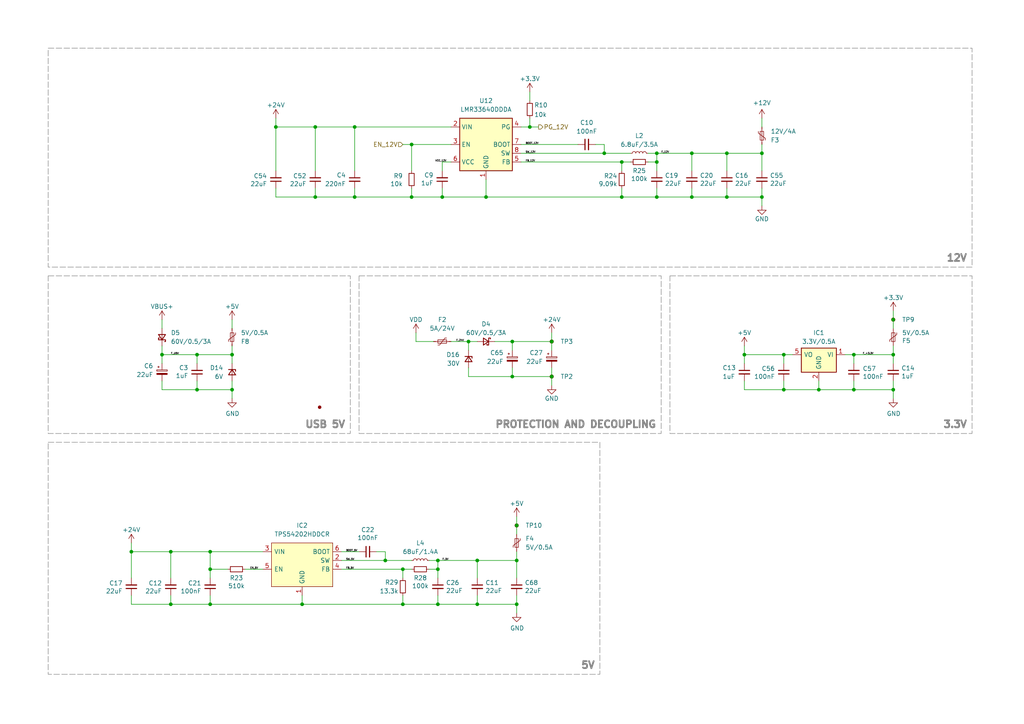
<source format=kicad_sch>
(kicad_sch (version 20231120) (generator "eeschema") (generator_version "8.0")
  (paper "A4")
  (lib_symbols
    (symbol "+5V_2" (power) (pin_names (offset 0))
      (property "Value" "+5V" (at 0 3.556 0))
      (symbol "+5V_2_0_1"
        (polyline (pts (xy -0.762 1.27) (xy 0 2.54)))
        (polyline (pts (xy 0 0) (xy 0 2.54)))
        (polyline (pts (xy 0 2.54) (xy 0.762 1.27)))
      )
      (symbol "+5V_2_1_1"
        (pin power_in line (at 0 0 90) (length 0) hide (name "+5V") (number "1"))
      )
    )
    (symbol "AP7365-33YRG-13:AP7365-33YRG-13" (pin_names (offset 0.762))
      (property "Reference" "IC8" (at 0 7.62 0))
      (property "Value" "3.3V/0.6A" (at 0 5.08 0))
      (symbol "AP7365-33YRG-13_0_1"
        (rectangle (start -5.08 3.175) (end 5.08 -3.81) (stroke (width 0.254)) (fill (type background)))
      )
      (symbol "AP7365-33YRG-13_1_1"
        (pin power_in line (at -7.62 1.27 0) (length 2.54) (name "VI") (number "1"))
        (pin power_in line (at 0 -6.35 90) (length 2.54) (name "GND") (number "2"))
        (pin no_connect line (at 7.62 -1.27 180) (length 2.54) hide (name "NC") (number "3"))
        (pin no_connect line (at 7.62 -1.27 180) (length 2.54) hide (name "NC") (number "4"))
        (pin power_out line (at 7.62 1.27 180) (length 2.54) (name "VO") (number "5"))
      )
    )
    (symbol "Connector:TestPoint_Small" (pin_numbers hide) (pin_names (offset 0.762) hide)
      (property "Reference" "TP" (at 0 3.81 0))
      (property "Value" "TestPoint_Small" (at 0 2.032 0))
      (symbol "TestPoint_Small_0_1"
        (circle (center 0 0) (radius 0.508))
      )
      (symbol "TestPoint_Small_1_1"
        (pin passive line (at 0 0 90) (length 0) (name "1") (number "1"))
      )
    )
    (symbol "Device:C_Polarized_Small" (pin_numbers hide) (pin_names (offset 0.254) hide)
      (property "Reference" "C" (at 0.254 1.778 0))
      (property "Value" "C_Polarized_Small" (at 0.254 -2.032 0))
      (symbol "C_Polarized_Small_0_1"
        (rectangle (start -1.524 -0.3048) (end 1.524 -0.6858) (fill (type outline)))
        (rectangle (start -1.524 0.6858) (end 1.524 0.3048))
        (polyline (pts (xy -1.27 1.524) (xy -0.762 1.524)))
        (polyline (pts (xy -1.016 1.27) (xy -1.016 1.778)))
      )
      (symbol "C_Polarized_Small_1_1"
        (pin passive line (at 0 2.54 270) (length 1.8542) (name "~") (number "1"))
        (pin passive line (at 0 -2.54 90) (length 1.8542) (name "~") (number "2"))
      )
    )
    (symbol "Device:C_Small" (pin_numbers hide) (pin_names (offset 0.254) hide)
      (property "Reference" "C" (at 0.254 1.778 0))
      (property "Value" "C_Small" (at 0.254 -2.032 0))
      (symbol "C_Small_0_1"
        (polyline (pts (xy -1.524 -0.508) (xy 1.524 -0.508)) (stroke (width 0.3302)))
        (polyline (pts (xy -1.524 0.508) (xy 1.524 0.508)) (stroke (width 0.3048)))
      )
      (symbol "C_Small_1_1"
        (pin passive line (at 0 2.54 270) (length 2.032) (name "~") (number "1"))
        (pin passive line (at 0 -2.54 90) (length 2.032) (name "~") (number "2"))
      )
    )
    (symbol "Device:D_Schottky_Small" (pin_numbers hide) (pin_names (offset 0.254) hide)
      (property "Reference" "D" (at -1.27 2.032 0))
      (property "Value" "D_Schottky_Small" (at -7.112 -2.032 0))
      (symbol "D_Schottky_Small_0_1"
        (polyline (pts (xy -0.762 0) (xy 0.762 0)))
        (polyline (pts (xy 0.762 -1.016) (xy -0.762 0) (xy 0.762 1.016) (xy 0.762 -1.016)) (stroke (width 0.254)))
        (polyline (pts (xy -1.27 0.762) (xy -1.27 1.016) (xy -0.762 1.016) (xy -0.762 -1.016) (xy -0.254 -1.016) (xy -0.254 -0.762)) (stroke (width 0.254)))
      )
      (symbol "D_Schottky_Small_1_1"
        (pin passive line (at -2.54 0 0) (length 1.778) (name "K") (number "1"))
        (pin passive line (at 2.54 0 180) (length 1.778) (name "A") (number "2"))
      )
    )
    (symbol "Device:D_Zener_Small" (pin_numbers hide) (pin_names (offset 0.254) hide)
      (property "Reference" "D" (at 0 2.286 0))
      (property "Value" "D_Zener_Small" (at 0 -2.286 0))
      (symbol "D_Zener_Small_0_1"
        (polyline (pts (xy 0.762 0) (xy -0.762 0)))
        (polyline (pts (xy -0.254 1.016) (xy -0.762 1.016) (xy -0.762 -1.016)) (stroke (width 0.254)))
        (polyline (pts (xy 0.762 1.016) (xy -0.762 0) (xy 0.762 -1.016) (xy 0.762 1.016)) (stroke (width 0.254)))
      )
      (symbol "D_Zener_Small_1_1"
        (pin passive line (at -2.54 0 0) (length 1.778) (name "K") (number "1"))
        (pin passive line (at 2.54 0 180) (length 1.778) (name "A") (number "2"))
      )
    )
    (symbol "Device:Polyfuse_Small" (pin_numbers hide) (pin_names (offset 0))
      (property "Reference" "F" (at -1.905 0 90))
      (property "Value" "Polyfuse_Small" (at 1.905 0 90))
      (symbol "Polyfuse_Small_0_1"
        (rectangle (start -0.508 1.27) (end 0.508 -1.27))
        (polyline (pts (xy 0 2.54) (xy 0 -2.54)))
        (polyline (pts (xy -1.016 1.27) (xy -1.016 0.762) (xy 1.016 -0.762) (xy 1.016 -1.27)))
      )
      (symbol "Polyfuse_Small_1_1"
        (pin passive line (at 0 2.54 270) (length 0.635) (name "~") (number "1"))
        (pin passive line (at 0 -2.54 90) (length 0.635) (name "~") (number "2"))
      )
    )
    (symbol "Device:R_Small" (pin_numbers hide) (pin_names (offset 0.254) hide)
      (property "Reference" "R" (at 0.762 0.508 0))
      (property "Value" "R_Small" (at 0.762 -1.016 0))
      (symbol "R_Small_0_1"
        (rectangle (start -0.762 1.778) (end 0.762 -1.778) (stroke (width 0.2032)))
      )
      (symbol "R_Small_1_1"
        (pin passive line (at 0 2.54 270) (length 0.762) (name "~") (number "1"))
        (pin passive line (at 0 -2.54 90) (length 0.762) (name "~") (number "2"))
      )
    )
    (symbol "GND_2" (power) (pin_names (offset 0))
      (property "Value" "GND" (at 0 -3.81 0))
      (symbol "GND_2_0_1"
        (polyline (pts (xy 0 0) (xy 0 -1.27) (xy 1.27 -1.27) (xy 0 -2.54) (xy -1.27 -1.27) (xy 0 -1.27)))
      )
      (symbol "GND_2_1_1"
        (pin power_in line (at 0 0 270) (length 0) hide (name "GND") (number "1"))
      )
    )
    (symbol "GND_3" (power) (pin_names (offset 0))
      (property "Value" "GND" (at 0 -3.81 0))
      (symbol "GND_3_0_1"
        (polyline (pts (xy 0 0) (xy 0 -1.27) (xy 1.27 -1.27) (xy 0 -2.54) (xy -1.27 -1.27) (xy 0 -1.27)))
      )
      (symbol "GND_3_1_1"
        (pin power_in line (at 0 0 270) (length 0) hide (name "GND") (number "1"))
      )
    )
    (symbol "Regulator_Switching:LMR33640DDDA"
      (property "Reference" "U12" (at 0 12.7 0))
      (property "Value" "LMR33640DDDA" (at 0 10.16 0))
      (symbol "LMR33640DDDA_0_1"
        (rectangle (start -7.62 7.62) (end 7.62 -7.62) (stroke (width 0.254)) (fill (type background)))
      )
      (symbol "LMR33640DDDA_1_1"
        (pin power_in line (at 0 -10.16 90) (length 2.54) (name "GND") (number "1"))
        (pin power_in line (at -10.16 5.08 0) (length 2.54) (name "VIN") (number "2"))
        (pin input line (at -10.16 0 0) (length 2.54) (name "EN") (number "3"))
        (pin open_collector line (at 10.16 5.08 180) (length 2.54) (name "PG") (number "4"))
        (pin input line (at 10.16 -5.08 180) (length 2.54) (name "FB") (number "5"))
        (pin power_out line (at -10.16 -5.08 0) (length 2.54) (name "VCC") (number "6"))
        (pin input line (at 10.16 0 180) (length 2.54) (name "BOOT") (number "7"))
        (pin output line (at 10.16 -2.54 180) (length 2.54) (name "SW") (number "8"))
        (pin passive line (at 0 -10.16 90) (length 2.54) hide (name "GND") (number "9"))
      )
    )
    (symbol "SamacsysNew:TPS54202HDDCR" (pin_names (offset 0.762))
      (property "Reference" "IC2" (at 0 11.43 0))
      (property "Value" "TPS54202HDDCR" (at 0 8.89 0))
      (symbol "TPS54202HDDCR_0_0"
        (pin passive line (at 11.43 1.27 180) (length 2.54) (name "SW") (number "2"))
        (pin passive line (at -11.43 3.81 0) (length 2.54) (name "VIN") (number "3"))
        (pin passive line (at 11.43 -1.27 180) (length 2.54) (name "FB") (number "4"))
        (pin passive line (at -11.43 -1.27 0) (length 2.54) (name "EN") (number "5"))
        (pin passive line (at 11.43 3.81 180) (length 2.54) (name "BOOT") (number "6"))
      )
      (symbol "TPS54202HDDCR_1_0"
        (pin passive line (at 0 -8.89 90) (length 2.54) (name "GND") (number "1"))
      )
      (symbol "TPS54202HDDCR_1_1"
        (polyline (pts (xy -8.89 6.35) (xy 8.89 6.35) (xy 8.89 -6.35) (xy -8.89 -6.35) (xy -8.89 6.35)) (stroke (width 0.1524)) (fill (type background)))
      )
    )
    (symbol "Samacsys_kicad_sym:SRR4028-271Y" (pin_numbers hide) (pin_names (offset 0) hide)
      (property "Reference" "L" (at 0 5.08 0))
      (property "Value" "270uF" (at 0 2.54 0))
      (symbol "SRR4028-271Y_0_1"
        (arc (start -1.016 0) (mid -1.524 0.5058) (end -2.032 0))
        (arc (start 0 0) (mid -0.508 0.5058) (end -1.016 0))
        (arc (start 1.016 0) (mid 0.508 0.5058) (end 0 0))
        (arc (start 2.032 0) (mid 1.524 0.5058) (end 1.016 0))
      )
      (symbol "SRR4028-271Y_1_1"
        (pin passive line (at -2.54 0 0) (length 0.508) (name "~") (number "1"))
        (pin passive line (at 2.54 0 180) (length 0.508) (name "~") (number "2"))
      )
    )
    (symbol "VDD_2" (power) (pin_names (offset 0))
      (property "Value" "VDD" (at 0 3.81 0))
      (symbol "VDD_2_0_1"
        (polyline (pts (xy -0.762 1.27) (xy 0 2.54)))
        (polyline (pts (xy 0 0) (xy 0 2.54)))
        (polyline (pts (xy 0 2.54) (xy 0.762 1.27)))
      )
      (symbol "VDD_2_1_1"
        (pin power_in line (at 0 0 90) (length 0) hide (name "VDD") (number "1"))
      )
    )
    (symbol "power:+3.3V" (power) (pin_names (offset 0))
      (property "Value" "+3.3V" (at 0 3.556 0))
      (symbol "+3.3V_0_1"
        (polyline (pts (xy -0.762 1.27) (xy 0 2.54)))
        (polyline (pts (xy 0 0) (xy 0 2.54)))
        (polyline (pts (xy 0 2.54) (xy 0.762 1.27)))
      )
      (symbol "+3.3V_1_1"
        (pin power_in line (at 0 0 90) (length 0) hide (name "+3V3") (number "1"))
      )
    )
    (symbol "power:+5V" (power) (pin_names (offset 0))
      (property "Value" "+5V" (at 0 3.556 0))
      (symbol "+5V_0_1"
        (polyline (pts (xy -0.762 1.27) (xy 0 2.54)))
        (polyline (pts (xy 0 0) (xy 0 2.54)))
        (polyline (pts (xy 0 2.54) (xy 0.762 1.27)))
      )
      (symbol "+5V_1_1"
        (pin power_in line (at 0 0 90) (length 0) hide (name "+5V") (number "1"))
      )
    )
    (symbol "power:GND" (power) (pin_names (offset 0))
      (property "Value" "GND" (at 0 -3.81 0))
      (symbol "GND_0_1"
        (polyline (pts (xy 0 0) (xy 0 -1.27) (xy 1.27 -1.27) (xy 0 -2.54) (xy -1.27 -1.27) (xy 0 -1.27)))
      )
      (symbol "GND_1_1"
        (pin power_in line (at 0 0 270) (length 0) hide (name "GND") (number "1"))
      )
    )
    (symbol "power:VDD" (power) (pin_names (offset 0))
      (property "Value" "VDD" (at 0 3.81 0))
      (symbol "VDD_0_1"
        (polyline (pts (xy -0.762 1.27) (xy 0 2.54)))
        (polyline (pts (xy 0 0) (xy 0 2.54)))
        (polyline (pts (xy 0 2.54) (xy 0.762 1.27)))
      )
      (symbol "VDD_1_1"
        (pin power_in line (at 0 0 90) (length 0) hide (name "VDD") (number "1"))
      )
    )
  )
  (junction (at 148.59 99.06))
  (junction (at 60.96 160.02))
  (junction (at 67.31 113.03))
  (junction (at 127 175.26))
  (junction (at 138.43 162.56))
  (junction (at 210.82 44.45))
  (junction (at 200.66 57.15))
  (junction (at 138.43 175.26))
  (junction (at 259.08 92.71))
  (junction (at 116.84 175.26))
  (junction (at 149.86 175.26))
  (junction (at 102.87 36.83))
  (junction (at 127 162.56))
  (junction (at 237.49 113.03))
  (junction (at 259.08 113.03))
  (junction (at 49.53 175.26))
  (junction (at 87.63 175.26))
  (junction (at 119.38 41.91))
  (junction (at 227.33 102.87))
  (junction (at 128.27 57.15))
  (junction (at 160.02 99.06))
  (junction (at 38.1 160.02))
  (junction (at 200.66 44.45))
  (junction (at 215.9 102.87))
  (junction (at 91.44 57.15))
  (junction (at 247.65 113.03))
  (junction (at 227.33 113.03))
  (junction (at 57.15 102.87))
  (junction (at 149.86 162.56))
  (junction (at 153.67 36.83))
  (junction (at 111.76 162.56))
  (junction (at 57.15 113.03))
  (junction (at 119.38 57.15))
  (junction (at 148.59 109.22))
  (junction (at 46.99 102.87))
  (junction (at 190.5 57.15))
  (junction (at 190.5 46.99))
  (junction (at 140.97 57.15))
  (junction (at 102.87 57.15))
  (junction (at 80.01 36.83))
  (junction (at 149.86 152.4))
  (junction (at 135.89 99.06))
  (junction (at 127 165.1))
  (junction (at 91.44 36.83))
  (junction (at 60.96 175.26))
  (junction (at 116.84 165.1))
  (junction (at 175.26 44.45))
  (junction (at 210.82 57.15))
  (junction (at 220.98 44.45))
  (junction (at 220.98 57.15))
  (junction (at 247.65 102.87))
  (junction (at 259.08 102.87))
  (junction (at 180.34 57.15))
  (junction (at 190.5 44.45))
  (junction (at 67.31 102.87))
  (junction (at 60.96 165.1))
  (junction (at 160.02 109.22))
  (junction (at 180.34 46.99))
  (junction (at 49.53 160.02))
  (wire (pts (xy 190.5 44.45) (xy 200.66 44.45)))
  (wire (pts (xy 151.13 46.99) (xy 180.34 46.99)))
  (wire (pts (xy 120.65 99.06) (xy 125.73 99.06)))
  (wire (pts (xy 210.82 57.15) (xy 200.66 57.15)))
  (wire (pts (xy 153.67 26.67) (xy 153.67 29.21)))
  (wire (pts (xy 111.76 162.56) (xy 111.76 160.02)))
  (wire (pts (xy 116.84 175.26) (xy 116.84 172.72)))
  (wire (pts (xy 87.63 175.26) (xy 116.84 175.26)))
  (wire (pts (xy 140.97 52.07) (xy 140.97 57.15)))
  (wire (pts (xy 200.66 49.53) (xy 200.66 44.45)))
  (wire (pts (xy 160.02 109.22) (xy 160.02 111.76)))
  (wire (pts (xy 130.81 99.06) (xy 135.89 99.06)))
  (wire (pts (xy 109.22 160.02) (xy 111.76 160.02)))
  (wire (pts (xy 172.72 41.91) (xy 175.26 41.91)))
  (wire (pts (xy 38.1 175.26) (xy 49.53 175.26)))
  (wire (pts (xy 215.9 100.33) (xy 215.9 102.87)))
  (wire (pts (xy 138.43 172.72) (xy 138.43 175.26)))
  (wire (pts (xy 80.01 36.83) (xy 80.01 49.53)))
  (wire (pts (xy 190.5 54.61) (xy 190.5 57.15)))
  (wire (pts (xy 67.31 113.03) (xy 57.15 113.03)))
  (wire (pts (xy 247.65 102.87) (xy 259.08 102.87)))
  (wire (pts (xy 148.59 106.68) (xy 148.59 109.22)))
  (polyline (pts (xy 92.71 118.11) (xy 92.71 118.11)) (stroke (width 1) (color 132 0 0 1)))
  (wire (pts (xy 128.27 46.99) (xy 128.27 49.53)))
  (wire (pts (xy 38.1 172.72) (xy 38.1 175.26)))
  (wire (pts (xy 190.5 57.15) (xy 200.66 57.15)))
  (wire (pts (xy 91.44 36.83) (xy 102.87 36.83)))
  (wire (pts (xy 138.43 162.56) (xy 149.86 162.56)))
  (wire (pts (xy 127 162.56) (xy 127 165.1)))
  (wire (pts (xy 143.51 99.06) (xy 148.59 99.06)))
  (wire (pts (xy 60.96 165.1) (xy 60.96 167.64)))
  (wire (pts (xy 180.34 46.99) (xy 180.34 49.53)))
  (wire (pts (xy 135.89 99.06) (xy 138.43 99.06)))
  (wire (pts (xy 120.65 96.52) (xy 120.65 99.06)))
  (wire (pts (xy 91.44 57.15) (xy 80.01 57.15)))
  (wire (pts (xy 200.66 44.45) (xy 210.82 44.45)))
  (wire (pts (xy 149.86 160.02) (xy 149.86 162.56)))
  (wire (pts (xy 153.67 36.83) (xy 156.21 36.83)))
  (wire (pts (xy 102.87 54.61) (xy 102.87 57.15)))
  (wire (pts (xy 128.27 57.15) (xy 140.97 57.15)))
  (wire (pts (xy 160.02 106.68) (xy 160.02 109.22)))
  (wire (pts (xy 220.98 34.29) (xy 220.98 36.83)))
  (wire (pts (xy 148.59 109.22) (xy 135.89 109.22)))
  (wire (pts (xy 135.89 99.06) (xy 135.89 101.6)))
  (wire (pts (xy 259.08 92.71) (xy 259.08 95.25)))
  (wire (pts (xy 153.67 34.29) (xy 153.67 36.83)))
  (wire (pts (xy 180.34 57.15) (xy 190.5 57.15)))
  (wire (pts (xy 160.02 96.52) (xy 160.02 99.06)))
  (wire (pts (xy 130.81 46.99) (xy 128.27 46.99)))
  (wire (pts (xy 151.13 44.45) (xy 175.26 44.45)))
  (wire (pts (xy 175.26 44.45) (xy 175.26 41.91)))
  (wire (pts (xy 67.31 113.03) (xy 67.31 115.57)))
  (wire (pts (xy 46.99 92.71) (xy 46.99 95.25)))
  (wire (pts (xy 119.38 57.15) (xy 128.27 57.15)))
  (wire (pts (xy 80.01 34.29) (xy 80.01 36.83)))
  (wire (pts (xy 227.33 113.03) (xy 237.49 113.03)))
  (wire (pts (xy 102.87 57.15) (xy 119.38 57.15)))
  (wire (pts (xy 99.06 162.56) (xy 111.76 162.56)))
  (wire (pts (xy 148.59 99.06) (xy 160.02 99.06)))
  (wire (pts (xy 38.1 160.02) (xy 38.1 167.64)))
  (wire (pts (xy 91.44 49.53) (xy 91.44 36.83)))
  (wire (pts (xy 138.43 175.26) (xy 149.86 175.26)))
  (wire (pts (xy 119.38 57.15) (xy 119.38 54.61)))
  (wire (pts (xy 149.86 172.72) (xy 149.86 175.26)))
  (wire (pts (xy 91.44 57.15) (xy 91.44 54.61)))
  (wire (pts (xy 67.31 100.33) (xy 67.31 102.87)))
  (wire (pts (xy 259.08 100.33) (xy 259.08 102.87)))
  (wire (pts (xy 259.08 110.49) (xy 259.08 113.03)))
  (wire (pts (xy 46.99 102.87) (xy 46.99 105.41)))
  (wire (pts (xy 180.34 46.99) (xy 182.88 46.99)))
  (wire (pts (xy 80.01 36.83) (xy 91.44 36.83)))
  (wire (pts (xy 245.11 102.87) (xy 247.65 102.87)))
  (wire (pts (xy 124.46 162.56) (xy 127 162.56)))
  (wire (pts (xy 67.31 92.71) (xy 67.31 95.25)))
  (wire (pts (xy 148.59 99.06) (xy 148.59 101.6)))
  (wire (pts (xy 200.66 54.61) (xy 200.66 57.15)))
  (wire (pts (xy 220.98 41.91) (xy 220.98 44.45)))
  (wire (pts (xy 175.26 44.45) (xy 182.88 44.45)))
  (wire (pts (xy 91.44 57.15) (xy 102.87 57.15)))
  (wire (pts (xy 127 172.72) (xy 127 175.26)))
  (wire (pts (xy 57.15 102.87) (xy 67.31 102.87)))
  (wire (pts (xy 220.98 54.61) (xy 220.98 57.15)))
  (wire (pts (xy 220.98 57.15) (xy 220.98 59.69)))
  (wire (pts (xy 215.9 113.03) (xy 215.9 110.49)))
  (wire (pts (xy 135.89 106.68) (xy 135.89 109.22)))
  (wire (pts (xy 215.9 113.03) (xy 227.33 113.03)))
  (wire (pts (xy 227.33 102.87) (xy 229.87 102.87)))
  (wire (pts (xy 102.87 36.83) (xy 130.81 36.83)))
  (wire (pts (xy 149.86 162.56) (xy 149.86 167.64)))
  (wire (pts (xy 46.99 100.33) (xy 46.99 102.87)))
  (wire (pts (xy 49.53 175.26) (xy 60.96 175.26)))
  (wire (pts (xy 210.82 44.45) (xy 220.98 44.45)))
  (wire (pts (xy 127 165.1) (xy 127 167.64)))
  (wire (pts (xy 60.96 160.02) (xy 49.53 160.02)))
  (wire (pts (xy 71.12 165.1) (xy 76.2 165.1)))
  (wire (pts (xy 259.08 115.57) (xy 259.08 113.03)))
  (wire (pts (xy 149.86 175.26) (xy 149.86 177.8)))
  (wire (pts (xy 149.86 154.94) (xy 149.86 152.4)))
  (wire (pts (xy 60.96 165.1) (xy 66.04 165.1)))
  (wire (pts (xy 210.82 49.53) (xy 210.82 44.45)))
  (wire (pts (xy 87.63 172.72) (xy 87.63 175.26)))
  (wire (pts (xy 49.53 160.02) (xy 49.53 167.64)))
  (wire (pts (xy 111.76 162.56) (xy 119.38 162.56)))
  (wire (pts (xy 180.34 54.61) (xy 180.34 57.15)))
  (wire (pts (xy 60.96 160.02) (xy 60.96 165.1)))
  (wire (pts (xy 220.98 57.15) (xy 210.82 57.15)))
  (wire (pts (xy 46.99 113.03) (xy 57.15 113.03)))
  (wire (pts (xy 60.96 160.02) (xy 76.2 160.02)))
  (wire (pts (xy 80.01 54.61) (xy 80.01 57.15)))
  (wire (pts (xy 67.31 110.49) (xy 67.31 113.03)))
  (wire (pts (xy 151.13 41.91) (xy 167.64 41.91)))
  (wire (pts (xy 259.08 90.17) (xy 259.08 92.71)))
  (wire (pts (xy 227.33 102.87) (xy 227.33 105.41)))
  (wire (pts (xy 116.84 167.64) (xy 116.84 165.1)))
  (wire (pts (xy 38.1 157.48) (xy 38.1 160.02)))
  (wire (pts (xy 99.06 160.02) (xy 104.14 160.02)))
  (wire (pts (xy 57.15 110.49) (xy 57.15 113.03)))
  (wire (pts (xy 130.81 41.91) (xy 119.38 41.91)))
  (wire (pts (xy 116.84 41.91) (xy 119.38 41.91)))
  (wire (pts (xy 220.98 49.53) (xy 220.98 44.45)))
  (wire (pts (xy 149.86 149.86) (xy 149.86 152.4)))
  (wire (pts (xy 60.96 175.26) (xy 87.63 175.26)))
  (wire (pts (xy 49.53 172.72) (xy 49.53 175.26)))
  (wire (pts (xy 102.87 36.83) (xy 102.87 49.53)))
  (wire (pts (xy 138.43 175.26) (xy 127 175.26)))
  (wire (pts (xy 190.5 44.45) (xy 190.5 46.99)))
  (wire (pts (xy 160.02 99.06) (xy 160.02 101.6)))
  (wire (pts (xy 187.96 46.99) (xy 190.5 46.99)))
  (wire (pts (xy 38.1 160.02) (xy 49.53 160.02)))
  (wire (pts (xy 57.15 102.87) (xy 57.15 105.41)))
  (wire (pts (xy 190.5 46.99) (xy 190.5 49.53)))
  (wire (pts (xy 215.9 102.87) (xy 227.33 102.87)))
  (wire (pts (xy 247.65 110.49) (xy 247.65 113.03)))
  (wire (pts (xy 227.33 110.49) (xy 227.33 113.03)))
  (wire (pts (xy 140.97 57.15) (xy 180.34 57.15)))
  (wire (pts (xy 187.96 44.45) (xy 190.5 44.45)))
  (wire (pts (xy 60.96 175.26) (xy 60.96 172.72)))
  (wire (pts (xy 138.43 162.56) (xy 138.43 167.64)))
  (wire (pts (xy 124.46 165.1) (xy 127 165.1)))
  (wire (pts (xy 46.99 110.49) (xy 46.99 113.03)))
  (wire (pts (xy 46.99 102.87) (xy 57.15 102.87)))
  (wire (pts (xy 215.9 102.87) (xy 215.9 105.41)))
  (wire (pts (xy 148.59 109.22) (xy 160.02 109.22)))
  (wire (pts (xy 210.82 54.61) (xy 210.82 57.15)))
  (wire (pts (xy 247.65 102.87) (xy 247.65 105.41)))
  (wire (pts (xy 128.27 57.15) (xy 128.27 54.61)))
  (wire (pts (xy 237.49 110.49) (xy 237.49 113.03)))
  (wire (pts (xy 99.06 165.1) (xy 116.84 165.1)))
  (wire (pts (xy 127 175.26) (xy 116.84 175.26)))
  (wire (pts (xy 237.49 113.03) (xy 247.65 113.03)))
  (wire (pts (xy 67.31 102.87) (xy 67.31 105.41)))
  (wire (pts (xy 127 162.56) (xy 138.43 162.56)))
  (wire (pts (xy 259.08 105.41) (xy 259.08 102.87)))
  (wire (pts (xy 116.84 165.1) (xy 119.38 165.1)))
  (wire (pts (xy 247.65 113.03) (xy 259.08 113.03)))
  (wire (pts (xy 151.13 36.83) (xy 153.67 36.83)))
  (wire (pts (xy 119.38 41.91) (xy 119.38 49.53)))
  (rectangle (start 13.97 13.97) (end 281.94 77.47) (stroke (width 0) (type dash) (color 132 132 132 1)))
  (rectangle (start 194.31 80.01) (end 281.94 125.73) (stroke (width 0) (type dash) (color 132 132 132 1)))
  (rectangle (start 104.14 80.01) (end 191.77 125.73) (stroke (width 0) (type dash) (color 132 132 132 1)))
  (rectangle (start 13.97 80.01) (end 101.6 125.73) (stroke (width 0) (type dash) (color 132 132 132 1)))
  (rectangle (start 13.97 128.27) (end 173.99 195.58) (stroke (width 0) (type dash) (color 132 132 132 1)))
  (text "PROTECTION AND DECOUPLING" (at 190.5 124.46 0) (effects (font (size 2.032 2.032) (thickness 1) (bold yes)) (justify right bottom)))
  (text "3.3V" (at 280.67 124.46 0) (effects (font (size 2.032 2.032) (thickness 1) (bold yes)) (justify right bottom)))
  (text "5V" (at 172.72 194.31 0) (effects (font (size 2.032 2.032) (thickness 1) (bold yes)) (justify right bottom)))
  (text "12V" (at 280.67 76.2 0) (effects (font (size 2.032 2.032) (thickness 1) (bold yes)) (justify right bottom)))
  (text "USB 5V" (at 100.33 124.46 0) (effects (font (size 2.032 2.032) (thickness 1) (bold yes)) (justify right bottom)))
  (label "F_U5V" (at 49.53 102.87 0) (effects (font (size 0.5 0.5))))
  (label "VCC_12V" (at 129.54 46.99 180) (effects (font (size 0.5 0.5))))
  (label "EN_5V" (at 74.93 165.1 180) (effects (font (size 0.5 0.5))))
  (label "F_24V" (at 134.62 99.06 180) (effects (font (size 0.5 0.5))))
  (label "SW_12V" (at 152.4 44.45 0) (effects (font (size 0.5 0.5))))
  (label "FB_5V" (at 100.33 165.1 0) (effects (font (size 0.5 0.5))))
  (label "F_5V" (at 128.27 162.56 0) (effects (font (size 0.5 0.5))))
  (label "BOOT_12V" (at 152.4 41.91 0) (effects (font (size 0.5 0.5))))
  (label "SW_5V" (at 100.33 162.56 0) (effects (font (size 0.5 0.5))))
  (label "F_+3.3V" (at 250.19 102.87 0) (effects (font (size 0.5 0.5))))
  (label "FB_12V" (at 152.4 46.99 0) (effects (font (size 0.5 0.5))))
  (label "F_12V" (at 191.77 44.45 0) (effects (font (size 0.5 0.5))))
  (label "BOOT_5V" (at 100.33 160.02 0) (effects (font (size 0.5 0.5))))
  (hierarchical_label "EN_12V" (shape input) (at 116.84 41.91 180))
  (hierarchical_label "PG_12V" (shape output) (at 156.21 36.83 0))
  (symbol (lib_id "Device:D_Schottky_Small") (at 46.99 97.79 270) (mirror x) (unit 1)
    (property "Reference" "D5" (at 49.53 96.52 90) (effects (justify left)))
    (property "Value" "60V/0.5/3A" (at 49.53 99.06 90) (effects (justify left)))
    (property "Footprint" "Diode_SMD:D_SOD-123" (effects (hide yes)))
    (property "Description" "Schottky diode, small symbol" (effects (hide yes)))
    (property "Mouser Part Number" "637-SKL36" (effects (hide yes)))
  )
  (symbol (lib_id "Device:C_Polarized_Small") (at 160.02 104.14 0) (unit 1)
    (property "Reference" "C27" (at 157.48 102.3238 0) (effects (justify right)))
    (property "Value" "22uF" (at 157.48 104.8638 0) (effects (justify right)))
    (property "Footprint" "Capacitor_SMD:CP_Elec_4x5.8" (effects (hide yes)))
    (property "Description" "Polarized capacitor, small symbol" (effects (hide yes)))
    (property "Mouser Price/Stock" "https://www.mouser.pl/ProductDetail/Samsung-Electro-Mechanics/CL21A107MQYNNWE?qs=81r%252BiQLm7BSNi6fWCnDBNQ%3D%3D" (effects (hide yes)))
    (property "Mouser Part Number" "647-UCM1V220MCL1GS" (effects (hide yes)))
  )
  (symbol (lib_id "Device:C_Small") (at 210.82 52.07 0) (unit 1)
    (property "Reference" "C16" (at 213.1568 50.9016 0) (effects (justify left)))
    (property "Value" "22uF" (at 213.1568 53.213 0) (effects (justify left)))
    (property "Footprint" "Capacitor_SMD:C_0805_2012Metric" (effects (hide yes)))
    (property "Manufacturer_Name" "MCASH21GCC7684MTCA1J" (effects (hide yes)))
    (property "Manufacturer_Part_Number" "CL21A107MQYNNWE" (effects (hide yes)))
    (property "Mouser Part Number" "810-C2012X5R1V226MAC" (effects (hide yes)))
  )
  (symbol (lib_id "power:GND") (at 149.86 177.8 0) (unit 1)
    (property "Reference" "#PWR020" (effects (hide yes)))
    (property "Value" "GND" (at 149.987 182.1942 0))
  )
  (symbol (lib_name "VDD_2") (lib_id "power:VDD") (at 160.02 96.52 0) (unit 1)
    (property "Reference" "#PWR092" (effects (hide yes)))
    (property "Value" "+24V" (at 160.02 92.71 0))
  )
  (symbol (lib_id "power:+3.3V") (at 259.08 90.17 0) (unit 1)
    (property "Reference" "#PWR065" (effects (hide yes)))
    (property "Value" "+3.3V" (at 259.08 86.36 0))
  )
  (symbol (lib_name "VDD_2") (lib_id "power:VDD") (at 80.01 34.29 0) (unit 1)
    (property "Reference" "#PWR093" (effects (hide yes)))
    (property "Value" "+24V" (at 80.01 30.48 0))
  )
  (symbol (lib_id "Device:C_Small") (at 247.65 107.95 0) (mirror x) (unit 1)
    (property "Reference" "C57" (at 250.19 106.9086 0) (effects (justify left)))
    (property "Value" "100nF" (at 250.19 109.22 0) (effects (justify left)))
    (property "Footprint" "Capacitor_SMD:C_0603_1608Metric" (effects (hide yes)))
    (property "Manufacturer_Name" "--" (effects (hide yes)))
    (property "Manufacturer_Part_Number" "C0603C104J3RACTU" (effects (hide yes)))
    (property "Mouser Part Number" "--" (effects (hide yes)))
    (property "Mouser Price/Stock" "https://www.mouser.pl/ProductDetail/KEMET/C0603C104J3RACTU?qs=EHsFn6hSx4W0Oy0I8JUofQ%3D%3D" (effects (hide yes)))
  )
  (symbol (lib_id "Samacsys_kicad_sym:SRR4028-271Y") (at 121.92 162.56 0) (unit 1)
    (property "Reference" "L4" (at 121.92 157.48 0))
    (property "Value" "68uF/1.4A" (at 121.92 160.02 0))
    (property "Footprint" "Inductor_SMD:L_TDK_VLS6045EX_VLS6045AF" (effects (hide yes)))
    (property "Datasheet" "https://product.tdk.com/system/files/dam/doc/product/inductor/inductor/smd/catalog/inductor_commercial_power_vls6045ex_en.pdf" (effects (hide yes)))
    (property "Description" "Power Inductors - SMD 68uH 20% 0.31mohms 1A 6x6x4.5mm" (effects (hide yes)))
    (property "Height" "4.5mm" (effects (hide yes)))
    (property "Mouser Part Number" "810-VLS6045EX-680M" (effects (hide yes)))
    (property "Mouser Price/Stock" "https://www.mouser.pl/ProductDetail/TDK/VLS6045EX-680M?qs=oF%2FSscNnLpBLjomrKRgHaA%3D%3D" (effects (hide yes)))
    (property "Manufacturer_Name" "TDK" (effects (hide yes)))
    (property "Manufacturer_Part_Number" " VLS6045EX-680M" (effects (hide yes)))
  )
  (symbol (lib_id "Device:R_Small") (at 180.34 52.07 180) (unit 1)
    (property "Reference" "R24" (at 179.07 51.0286 0) (effects (justify left)))
    (property "Value" "9.09k" (at 179.07 53.34 0) (effects (justify left)))
    (property "Footprint" "Resistor_SMD:R_0603_1608Metric" (effects (hide yes)))
    (property "Manufacturer_Name" "--" (effects (hide yes)))
    (property "Manufacturer_Part_Number" "RT0603DRE0713K3L" (effects (hide yes)))
    (property "Mouser Part Number" "603-RT0603DRE0713K3L" (effects (hide yes)))
    (property "Mouser Price/Stock" "https://www.mouser.pl/ProductDetail/YAGEO/RT0603DRE0713K3L?qs=sGAEpiMZZMvdGkrng054t%252BSYh%252B1gqt95FxZ2mt2m9JM%3D" (effects (hide yes)))
  )
  (symbol (lib_name "VDD_2") (lib_id "power:VDD") (at 38.1 157.48 0) (unit 1)
    (property "Reference" "#PWR013" (effects (hide yes)))
    (property "Value" "+24V" (at 38.1 153.67 0))
  )
  (symbol (lib_id "Device:C_Polarized_Small") (at 148.59 104.14 0) (unit 1)
    (property "Reference" "C65" (at 146.05 102.3238 0) (effects (justify right)))
    (property "Value" "22uF" (at 146.05 104.8638 0) (effects (justify right)))
    (property "Footprint" "Capacitor_SMD:CP_Elec_4x5.8" (effects (hide yes)))
    (property "Description" "Polarized capacitor, small symbol" (effects (hide yes)))
    (property "Mouser Price/Stock" "https://www.mouser.pl/ProductDetail/Samsung-Electro-Mechanics/CL21A107MQYNNWE?qs=81r%252BiQLm7BSNi6fWCnDBNQ%3D%3D" (effects (hide yes)))
    (property "Mouser Part Number" "647-UCM1V220MCL1GS" (effects (hide yes)))
  )
  (symbol (lib_id "Device:C_Small") (at 170.18 41.91 90) (unit 1)
    (property "Reference" "C10" (at 170.18 35.56 90))
    (property "Value" "100nF" (at 170.18 38.1 90))
    (property "Footprint" "Capacitor_SMD:C_0603_1608Metric" (effects (hide yes)))
    (property "Manufacturer_Name" "--" (effects (hide yes)))
    (property "Manufacturer_Part_Number" "C0603C104J3RACTU" (effects (hide yes)))
    (property "Mouser Part Number" "--" (effects (hide yes)))
    (property "Mouser Price/Stock" "https://www.mouser.pl/ProductDetail/KEMET/C0603C104J3RACTU?qs=EHsFn6hSx4W0Oy0I8JUofQ%3D%3D" (effects (hide yes)))
  )
  (symbol (lib_name "+5V_2") (lib_id "power:+5V") (at 215.9 100.33 0) (unit 1)
    (property "Reference" "#PWR063" (effects (hide yes)))
    (property "Value" "+5V" (at 215.9 96.52 0))
  )
  (symbol (lib_id "Device:C_Small") (at 106.68 160.02 90) (unit 1)
    (property "Reference" "C22" (at 106.68 153.67 90))
    (property "Value" "100nF" (at 106.68 155.9814 90))
    (property "Footprint" "Capacitor_SMD:C_0603_1608Metric" (effects (hide yes)))
    (property "Manufacturer_Name" "--" (effects (hide yes)))
    (property "Manufacturer_Part_Number" "C0603C104J3RACTU" (effects (hide yes)))
    (property "Mouser Part Number" "--" (effects (hide yes)))
    (property "Mouser Price/Stock" "https://www.mouser.pl/ProductDetail/KEMET/C0603C104J3RACTU?qs=EHsFn6hSx4W0Oy0I8JUofQ%3D%3D" (effects (hide yes)))
  )
  (symbol (lib_id "Device:C_Small") (at 102.87 52.07 0) (unit 1)
    (property "Reference" "C4" (at 100.33 50.8 0) (effects (justify right)))
    (property "Value" "220nF" (at 100.33 53.34 0) (effects (justify right)))
    (property "Footprint" "Capacitor_SMD:C_0603_1608Metric" (effects (hide yes)))
    (property "Manufacturer_Name" "--" (effects (hide yes)))
    (property "Manufacturer_Part_Number" "--" (effects (hide yes)))
    (property "Mouser Part Number" "963-H168SC7224KTCA1J" (effects (hide yes)))
  )
  (symbol (lib_id "Device:C_Small") (at 227.33 107.95 180) (unit 1)
    (property "Reference" "C56" (at 224.79 106.9086 0) (effects (justify left)))
    (property "Value" "100nF" (at 224.79 109.22 0) (effects (justify left)))
    (property "Footprint" "Capacitor_SMD:C_0603_1608Metric" (effects (hide yes)))
    (property "Manufacturer_Name" "--" (effects (hide yes)))
    (property "Manufacturer_Part_Number" "C0603C104J3RACTU" (effects (hide yes)))
    (property "Mouser Part Number" "--" (effects (hide yes)))
    (property "Mouser Price/Stock" "https://www.mouser.pl/ProductDetail/KEMET/C0603C104J3RACTU?qs=EHsFn6hSx4W0Oy0I8JUofQ%3D%3D" (effects (hide yes)))
  )
  (symbol (lib_id "Device:Polyfuse_Small") (at 149.86 157.48 0) (mirror x) (unit 1)
    (property "Reference" "F4" (at 152.4 156.21 0) (effects (justify left)))
    (property "Value" "5V/0.5A" (at 152.4 158.75 0) (effects (justify left)))
    (property "Footprint" "Fuse:Fuse_0805_2012Metric" (effects (hide yes)))
    (property "Description" "Resettable fuse, polymeric positive temperature coefficient, small symbol" (effects (hide yes)))
    (property "Manufacturer_Part_Number" "0ZCH0050FF2G" (effects (hide yes)))
    (property "Mouser Part Number" "530-0ZCH0050FF2G" (effects (hide yes)))
    (property "Mouser Price/Stock" "https://www.mouser.pl/ProductDetail/Bel-Fuse/0ZCH0050FF2G?qs=SRYZG9HaIQ2VrAxOxbTdxQ%3D%3D" (effects (hide yes)))
  )
  (symbol (lib_id "Device:D_Zener_Small") (at 135.89 104.14 270) (unit 1)
    (property "Reference" "D16" (at 133.35 102.87 90) (effects (justify right)))
    (property "Value" "30V" (at 133.35 105.41 90) (effects (justify right)))
    (property "Footprint" "Diode_SMD:D_SOD-123" (effects (hide yes)))
    (property "Description" "Zener diode, small symbol" (effects (hide yes)))
    (property "Mouser Part Number" "750-TV02W260-G" (effects (hide yes)))
  )
  (symbol (lib_id "Device:Polyfuse_Small") (at 220.98 39.37 0) (unit 1)
    (property "Reference" "F3" (at 223.52 40.64 0) (effects (justify left)))
    (property "Value" "12V/4A" (at 223.52 38.1 0) (effects (justify left)))
    (property "Footprint" "Fuse:Fuse_1206_3216Metric" (effects (hide yes)))
    (property "Description" "Resettable fuse, polymeric positive temperature coefficient, small symbol" (effects (hide yes)))
    (property "Manufacturer_Part_Number" "1206L400/12SLWR" (effects (hide yes)))
    (property "Mouser Part Number" "576-1206L400/12SLWR" (effects (hide yes)))
    (property "Mouser Price/Stock" "https://www.mouser.pl/ProductDetail/Littelfuse/1206L400-12SLWR?qs=7MVldsJ5Uaz0XkpQIm0sEQ%3D%3D" (effects (hide yes)))
  )
  (symbol (lib_id "Device:C_Small") (at 138.43 170.18 0) (unit 1)
    (property "Reference" "C11" (at 140.7668 169.0116 0) (effects (justify left)))
    (property "Value" "22uF" (at 140.7668 171.323 0) (effects (justify left)))
    (property "Footprint" "Capacitor_SMD:C_0805_2012Metric" (effects (hide yes)))
    (property "Manufacturer_Name" "MCASH21GCC7684MTCA1J" (effects (hide yes)))
    (property "Manufacturer_Part_Number" "CL21A107MQYNNWE" (effects (hide yes)))
    (property "Mouser Part Number" "810-C2012X5R1V226MAC" (effects (hide yes)))
  )
  (symbol (lib_id "power:VDD") (at 220.98 34.29 0) (unit 1)
    (property "Reference" "#PWR062" (effects (hide yes)))
    (property "Value" "+12V" (at 220.98 29.845 0))
  )
  (symbol (lib_id "Device:C_Small") (at 80.01 52.07 180) (unit 1)
    (property "Reference" "C54" (at 77.47 51.0286 0) (effects (justify left)))
    (property "Value" "22uF" (at 77.47 53.34 0) (effects (justify left)))
    (property "Footprint" "Capacitor_SMD:C_0805_2012Metric" (effects (hide yes)))
    (property "Manufacturer_Name" "MCASH21GCC7684MTCA1J" (effects (hide yes)))
    (property "Manufacturer_Part_Number" "CL21A107MQYNNWE" (effects (hide yes)))
    (property "Mouser Part Number" "810-C2012X5R1V226MAC" (effects (hide yes)))
  )
  (symbol (lib_id "Device:C_Small") (at 259.08 107.95 0) (unit 1)
    (property "Reference" "C14" (at 261.4168 106.7816 0) (effects (justify left)))
    (property "Value" "1uF" (at 261.4168 109.093 0) (effects (justify left)))
    (property "Footprint" "Capacitor_SMD:C_0603_1608Metric" (effects (hide yes)))
    (property "Manufacturer_Part_Number" "C0603C105K8RACTU" (effects (hide yes)))
    (property "Mouser Part Number" "80-C0603C104J3R" (effects (hide yes)))
    (property "Mouser Price/Stock" "https://www.mouser.pl/ProductDetail/KEMET/C0603C104J3RACTU?qs=EHsFn6hSx4W0Oy0I8JUofQ%3D%3D" (effects (hide yes)))
  )
  (symbol (lib_id "Device:R_Small") (at 121.92 165.1 90) (unit 1)
    (property "Reference" "R28" (at 121.92 167.64 90))
    (property "Value" "100k" (at 121.92 169.9514 90))
    (property "Footprint" "Resistor_SMD:R_0603_1608Metric" (effects (hide yes)))
    (property "Manufacturer_Name" "--" (effects (hide yes)))
    (property "Manufacturer_Part_Number" "RT0603DRE07100KL" (effects (hide yes)))
    (property "Mouser Part Number" "--" (effects (hide yes)))
    (property "Mouser Price/Stock" "https://www.mouser.pl/ProductDetail/YAGEO/RT0603DRE07100KL?qs=sGAEpiMZZMvdGkrng054t1nmr2c61WvadC66rbrHowc%3D" (effects (hide yes)))
  )
  (symbol (lib_id "Device:R_Small") (at 185.42 46.99 90) (unit 1)
    (property "Reference" "R25" (at 185.42 49.53 90))
    (property "Value" "100k" (at 185.42 51.8414 90))
    (property "Footprint" "Resistor_SMD:R_0603_1608Metric" (effects (hide yes)))
    (property "Manufacturer_Name" "--" (effects (hide yes)))
    (property "Manufacturer_Part_Number" "RT0603DRE07100KL" (effects (hide yes)))
    (property "Mouser Part Number" "--" (effects (hide yes)))
    (property "Mouser Price/Stock" "https://www.mouser.pl/ProductDetail/YAGEO/RT0603DRE07100KL?qs=sGAEpiMZZMvdGkrng054t1nmr2c61WvadC66rbrHowc%3D" (effects (hide yes)))
  )
  (symbol (lib_id "Device:D_Schottky_Small") (at 140.97 99.06 0) (mirror y) (unit 1)
    (property "Reference" "D4" (at 140.97 93.98 0))
    (property "Value" "60V/0.5/3A" (at 140.97 96.52 0))
    (property "Footprint" "Diode_SMD:D_SOD-123" (effects (hide yes)))
    (property "Description" "Schottky diode, small symbol" (effects (hide yes)))
    (property "Mouser Part Number" "637-SKL36" (effects (hide yes)))
  )
  (symbol (lib_id "AP7365-33YRG-13:AP7365-33YRG-13") (at 237.49 104.14 0) (mirror y) (unit 1)
    (property "Reference" "IC1" (at 237.49 96.52 0))
    (property "Value" "3.3V/0.5A" (at 237.49 99.06 0))
    (property "Footprint" "Package_TO_SOT_SMD:SOT-23-5" (effects (hide yes)))
    (property "Datasheet" "https://www.ti.com/lit/ds/symlink/tps7b92.pdf?ts=1722521243041&ref_url=https%253A%252F%252Fwww.mouser.com%252F" (effects (hide yes)))
    (property "Description" "LDO Voltage Regulators 300mA 40V 1.8 A IQ low-dropout linear regulator" (effects (hide yes)))
    (property "Height" "1.6" (effects (hide yes)))
    (property "Mouser Part Number" "595-TPS7B92033DBVR" (effects (hide yes)))
    (property "Mouser Price/Stock" "https://www.mouser.pl/ProductDetail/Texas-Instruments/TPS7B92033DBVR?qs=i8QVZAFTkqTn75tUVrN19A%3D%3D" (effects (hide yes)))
    (property "Manufacturer_Name" "Texas Instruments" (effects (hide yes)))
    (property "Manufacturer_Part_Number" " TPS7B92033DBVR" (effects (hide yes)))
  )
  (symbol (lib_id "Device:C_Small") (at 200.66 52.07 0) (unit 1)
    (property "Reference" "C20" (at 202.9968 50.9016 0) (effects (justify left)))
    (property "Value" "22uF" (at 202.9968 53.213 0) (effects (justify left)))
    (property "Footprint" "Capacitor_SMD:C_0805_2012Metric" (effects (hide yes)))
    (property "Manufacturer_Name" "MCASH21GCC7684MTCA1J" (effects (hide yes)))
    (property "Manufacturer_Part_Number" "CL21A107MQYNNWE" (effects (hide yes)))
    (property "Mouser Part Number" "810-C2012X5R1V226MAC" (effects (hide yes)))
  )
  (symbol (lib_id "Device:C_Small") (at 190.5 52.07 0) (unit 1)
    (property "Reference" "C19" (at 192.8368 50.9016 0) (effects (justify left)))
    (property "Value" "22uF" (at 192.8368 53.213 0) (effects (justify left)))
    (property "Footprint" "Capacitor_SMD:C_0805_2012Metric" (effects (hide yes)))
    (property "Manufacturer_Name" "MCASH21GCC7684MTCA1J" (effects (hide yes)))
    (property "Manufacturer_Part_Number" "CL21A107MQYNNWE" (effects (hide yes)))
    (property "Mouser Part Number" "810-C2012X5R1V226MAC" (effects (hide yes)))
  )
  (symbol (lib_id "Device:D_Zener_Small") (at 67.31 107.95 270) (unit 1)
    (property "Reference" "D14" (at 64.77 106.68 90) (effects (justify right)))
    (property "Value" "6V" (at 64.77 109.22 90) (effects (justify right)))
    (property "Footprint" "Diode_SMD:D_SOD-123" (effects (hide yes)))
    (property "Description" "Zener diode, small symbol" (effects (hide yes)))
    (property "Mouser Part Number" "637-SMF5.0A" (effects (hide yes)))
  )
  (symbol (lib_id "Connector:TestPoint_Small") (at 160.02 109.22 180) (unit 1)
    (property "Reference" "TP2" (at 162.56 109.22 0) (effects (justify right)))
    (property "Value" "TestPoint_Small" (effects (hide yes)))
    (property "Footprint" "MountingHole:MountingHole_3.2mm_M3_Pad_Via" (effects (hide yes)))
    (property "Description" "test point" (effects (hide yes)))
    (property "Mouser Part Number" "--" (effects (hide yes)))
  )
  (symbol (lib_name "GND_3") (lib_id "power:GND") (at 259.08 115.57 0) (unit 1)
    (property "Reference" "#PWR064" (effects (hide yes)))
    (property "Value" "GND" (at 259.207 119.9642 0))
  )
  (symbol (lib_id "Device:C_Polarized_Small") (at 46.99 107.95 0) (unit 1)
    (property "Reference" "C6" (at 44.45 106.1338 0) (effects (justify right)))
    (property "Value" "22uF" (at 44.45 108.6738 0) (effects (justify right)))
    (property "Footprint" "Capacitor_SMD:CP_Elec_4x5.8" (effects (hide yes)))
    (property "Description" "Polarized capacitor, small symbol" (effects (hide yes)))
    (property "Mouser Price/Stock" "https://www.mouser.pl/ProductDetail/Samsung-Electro-Mechanics/CL21A107MQYNNWE?qs=81r%252BiQLm7BSNi6fWCnDBNQ%3D%3D" (effects (hide yes)))
    (property "Mouser Part Number" "647-UCM1V220MCL1GS" (effects (hide yes)))
  )
  (symbol (lib_name "GND_2") (lib_id "power:GND") (at 220.98 59.69 0) (unit 1)
    (property "Reference" "#PWR059" (effects (hide yes)))
    (property "Value" "GND" (at 220.98 63.5 0))
  )
  (symbol (lib_id "Device:R_Small") (at 68.58 165.1 270) (unit 1)
    (property "Reference" "R23" (at 68.58 167.64 90))
    (property "Value" "510k" (at 68.58 169.9514 90))
    (property "Footprint" "Resistor_SMD:R_0603_1608Metric" (effects (hide yes)))
    (property "Manufacturer_Name" "--" (effects (hide yes)))
    (property "Manufacturer_Part_Number" "RT0603DRD07510KL" (effects (hide yes)))
    (property "Mouser Part Number" "603-RT0603DRD07510KL" (effects (hide yes)))
    (property "Mouser Price/Stock" "https://www.mouser.pl/ProductDetail/YAGEO/RT0603DRD07510KL?qs=sGAEpiMZZMvdGkrng054ty4ODOmm8zHWC2NtN%2FxoXMDt5RcWrhCwTg%3D%3D" (effects (hide yes)))
  )
  (symbol (lib_id "Device:Polyfuse_Small") (at 67.31 97.79 0) (mirror x) (unit 1)
    (property "Reference" "F8" (at 69.85 99.06 0) (effects (justify left)))
    (property "Value" "5V/0.5A" (at 69.85 96.52 0) (effects (justify left)))
    (property "Footprint" "Fuse:Fuse_0805_2012Metric" (effects (hide yes)))
    (property "Description" "Resettable fuse, polymeric positive temperature coefficient, small symbol" (effects (hide yes)))
    (property "Manufacturer_Part_Number" "0ZCH0050FF2G" (effects (hide yes)))
    (property "Mouser Part Number" "530-0ZCH0050FF2G" (effects (hide yes)))
    (property "Mouser Price/Stock" "https://www.mouser.pl/ProductDetail/Bel-Fuse/0ZCH0050FF2G?qs=SRYZG9HaIQ2VrAxOxbTdxQ%3D%3D" (effects (hide yes)))
  )
  (symbol (lib_id "power:GND") (at 160.02 111.76 0) (unit 1)
    (property "Reference" "#PWR091" (effects (hide yes)))
    (property "Value" "GND" (at 160.02 115.57 0))
  )
  (symbol (lib_id "Device:R_Small") (at 116.84 170.18 180) (unit 1)
    (property "Reference" "R29" (at 115.57 168.91 0) (effects (justify left)))
    (property "Value" "13.3k" (at 115.57 171.45 0) (effects (justify left)))
    (property "Footprint" "Resistor_SMD:R_0603_1608Metric" (effects (hide yes)))
    (property "Manufacturer_Name" "--" (effects (hide yes)))
    (property "Manufacturer_Part_Number" "RT0603DRE0713K3L" (effects (hide yes)))
    (property "Mouser Part Number" "603-RT0603DRE0713K3L" (effects (hide yes)))
    (property "Mouser Price/Stock" "https://www.mouser.pl/ProductDetail/YAGEO/RT0603DRE0713K3L?qs=sGAEpiMZZMvdGkrng054t%252BSYh%252B1gqt95FxZ2mt2m9JM%3D" (effects (hide yes)))
  )
  (symbol (lib_name "GND_2") (lib_id "power:GND") (at 67.31 115.57 0) (unit 1)
    (property "Reference" "#PWR05" (effects (hide yes)))
    (property "Value" "GND" (at 67.437 119.9642 0))
  )
  (symbol (lib_id "Device:C_Small") (at 220.98 52.07 0) (unit 1)
    (property "Reference" "C55" (at 223.3168 50.9016 0) (effects (justify left)))
    (property "Value" "22uF" (at 223.3168 53.213 0) (effects (justify left)))
    (property "Footprint" "Capacitor_SMD:C_0805_2012Metric" (effects (hide yes)))
    (property "Manufacturer_Name" "MCASH21GCC7684MTCA1J" (effects (hide yes)))
    (property "Manufacturer_Part_Number" "CL21A107MQYNNWE" (effects (hide yes)))
    (property "Mouser Part Number" "810-C2012X5R1V226MAC" (effects (hide yes)))
  )
  (symbol (lib_id "SamacsysNew:TPS54202HDDCR") (at 87.63 163.83 0) (unit 1)
    (property "Reference" "IC2" (at 87.63 152.4 0))
    (property "Value" "TPS54202HDDCR" (at 87.63 154.94 0))
    (property "Footprint" "Package_TO_SOT_SMD:SOT-23-6" (effects (hide yes)))
    (property "Datasheet" "http://www.ti.com/lit/gpn/tps54202h" (effects (hide yes)))
    (property "Description" "4.5V to 28V Input, 2A Output, Synchronous Step-Down Voltage Converter" (effects (hide yes)))
    (property "Height" "1.1" (effects (hide yes)))
    (property "Mouser Part Number" "595-TPS54202HDDCR" (effects (hide yes)))
    (property "Mouser Price/Stock" "https://www.mouser.co.uk/ProductDetail/Texas-Instruments/TPS54202HDDCR?qs=uP22XH7NdCtzy%252BOdxI8qhQ%3D%3D" (effects (hide yes)))
    (property "Manufacturer_Name" "Texas Instruments" (effects (hide yes)))
    (property "Manufacturer_Part_Number" "TPS54202HDDCR" (effects (hide yes)))
  )
  (symbol (lib_id "Samacsys_kicad_sym:SRR4028-271Y") (at 185.42 44.45 0) (unit 1)
    (property "Reference" "L2" (at 185.42 39.37 0))
    (property "Value" "6.8uF/3.5A" (at 185.42 41.91 0))
    (property "Footprint" "Inductor_SMD:L_TDK_VLS6045EX_VLS6045AF" (effects (hide yes)))
    (property "Datasheet" "https://product.tdk.com/system/files/dam/doc/product/inductor/inductor/smd/catalog/inductor_commercial_power_vls6045af_en.pdf" (effects (hide yes)))
    (property "Description" "Power Inductors - SMD 6.8uH 20% 0.037ohms 3.5A 6x6x4.5mm" (effects (hide yes)))
    (property "Height" "4.5 mm" (effects (hide yes)))
    (property "Mouser Part Number" "810-VLS6045AF-6R8M" (effects (hide yes)))
    (property "Mouser Price/Stock" "https://www.mouser.pl/ProductDetail/TDK/VLS6045AF-6R8M?qs=lc2O%252BfHJPVao3VX1mhQvew%3D%3D" (effects (hide yes)))
    (property "Manufacturer_Name" "TDK" (effects (hide yes)))
    (property "Manufacturer_Part_Number" "VLS6045AF-6R8M" (effects (hide yes)))
  )
  (symbol (lib_id "Device:C_Small") (at 60.96 170.18 180) (unit 1)
    (property "Reference" "C21" (at 58.42 169.1386 0) (effects (justify left)))
    (property "Value" "100nF" (at 58.42 171.45 0) (effects (justify left)))
    (property "Footprint" "Capacitor_SMD:C_0603_1608Metric" (effects (hide yes)))
    (property "Manufacturer_Name" "--" (effects (hide yes)))
    (property "Manufacturer_Part_Number" "C0603C104J3RACTU" (effects (hide yes)))
    (property "Mouser Part Number" "--" (effects (hide yes)))
    (property "Mouser Price/Stock" "https://www.mouser.pl/ProductDetail/KEMET/C0603C104J3RACTU?qs=EHsFn6hSx4W0Oy0I8JUofQ%3D%3D" (effects (hide yes)))
  )
  (symbol (lib_id "Device:C_Small") (at 149.86 170.18 0) (unit 1)
    (property "Reference" "C68" (at 152.1968 169.0116 0) (effects (justify left)))
    (property "Value" "22uF" (at 152.1968 171.323 0) (effects (justify left)))
    (property "Footprint" "Capacitor_SMD:C_0805_2012Metric" (effects (hide yes)))
    (property "Manufacturer_Name" "MCASH21GCC7684MTCA1J" (effects (hide yes)))
    (property "Manufacturer_Part_Number" "CL21A107MQYNNWE" (effects (hide yes)))
    (property "Mouser Part Number" "810-C2012X5R1V226MAC" (effects (hide yes)))
  )
  (symbol (lib_id "Device:Polyfuse_Small") (at 128.27 99.06 270) (unit 1)
    (property "Reference" "F2" (at 128.27 92.71 90))
    (property "Value" "5A/24V" (at 128.27 95.25 90))
    (property "Footprint" "Fuse:Fuse_2920_7451Metric" (effects (hide yes)))
    (property "Description" "Resettable fuse, polymeric positive temperature coefficient, small symbol" (effects (hide yes)))
    (property "Height" "1.2" (effects (hide yes)))
    (property "Mouser Part Number" "576-2920L500/24SLDR" (effects (hide yes)))
    (property "Mouser Price/Stock" "https://www.mouser.co.uk/ProductDetail/Littelfuse/2920L500-24SLDR?qs=7MVldsJ5UawArZNHgYx0uA%3D%3D" (effects (hide yes)))
    (property "Manufacturer_Name" "LITTELFUSE" (effects (hide yes)))
    (property "Manufacturer_Part_Number" "2920L500/24SLDR" (effects (hide yes)))
  )
  (symbol (lib_id "power:+3.3V") (at 46.99 92.71 0) (unit 1)
    (property "Reference" "#PWR03" (effects (hide yes)))
    (property "Value" "VBUS+" (at 46.99 88.9 0))
  )
  (symbol (lib_id "Device:R_Small") (at 153.67 31.75 180) (unit 1)
    (property "Reference" "R10" (at 154.94 30.48 0) (effects (justify right)))
    (property "Value" "10k" (at 154.94 33.2486 0) (effects (justify right)))
    (property "Footprint" "Resistor_SMD:R_0603_1608Metric" (effects (hide yes)))
    (property "Manufacturer_Name" "--" (effects (hide yes)))
    (property "Manufacturer_Part_Number" "RT0603DRE07100KL" (effects (hide yes)))
    (property "Mouser Part Number" "--" (effects (hide yes)))
  )
  (symbol (lib_id "Regulator_Switching:LMR33640DDDA") (at 140.97 41.91 0) (unit 1)
    (property "Reference" "U12" (at 140.97 29.21 0))
    (property "Value" "LMR33640DDDA" (at 140.97 31.75 0))
    (property "Footprint" "Package_SO:Texas_HSOP-8-1EP_3.9x4.9mm_P1.27mm" (effects (hide yes)))
    (property "Datasheet" "http://www.ti.com/lit/ds/symlink/lmr33640.pdf" (effects (hide yes)))
    (property "Description" "Simple Switcher Synchronous Buck Regulator, Vin=3.8-36V, Iout=4A, F=1000kHz, Adjustable output voltage, HSOP-8" (effects (hide yes)))
    (property "Mouser Part Number" "595-LMR33640DDDAR" (effects (hide yes)))
    (property "Mouser Price/Stock" "https://www.mouser.pl/ProductDetail/Texas-Instruments/LMR33640DDDAR?qs=wnTfsH77Xs4APrSXlTODHA%3D%3D" (effects (hide yes)))
  )
  (symbol (lib_id "Device:C_Small") (at 215.9 107.95 0) (unit 1)
    (property "Reference" "C13" (at 209.55 106.68 0) (effects (justify left)))
    (property "Value" "1uF" (at 209.55 109.22 0) (effects (justify left)))
    (property "Footprint" "Capacitor_SMD:C_0603_1608Metric" (effects (hide yes)))
    (property "Manufacturer_Part_Number" "C0603C105K8RACTU" (effects (hide yes)))
    (property "Mouser Part Number" "80-C0603C104J3R" (effects (hide yes)))
    (property "Mouser Price/Stock" "https://www.mouser.pl/ProductDetail/KEMET/C0603C104J3RACTU?qs=EHsFn6hSx4W0Oy0I8JUofQ%3D%3D" (effects (hide yes)))
  )
  (symbol (lib_id "Device:C_Small") (at 128.27 52.07 180) (unit 1)
    (property "Reference" "C9" (at 125.73 50.8 0) (effects (justify left)))
    (property "Value" "1uF" (at 125.73 53.1114 0) (effects (justify left)))
    (property "Footprint" "Capacitor_SMD:C_0603_1608Metric" (effects (hide yes)))
    (property "Manufacturer_Name" "--" (effects (hide yes)))
    (property "Manufacturer_Part_Number" "C0603C104J3RACTU" (effects (hide yes)))
    (property "Mouser Part Number" "80-C0603C104J3R" (effects (hide yes)))
    (property "Mouser Price/Stock" "https://www.mouser.pl/ProductDetail/KEMET/C0603C104J3RACTU?qs=EHsFn6hSx4W0Oy0I8JUofQ%3D%3D" (effects (hide yes)))
  )
  (symbol (lib_id "Device:C_Small") (at 38.1 170.18 180) (unit 1)
    (property "Reference" "C17" (at 35.56 169.1386 0) (effects (justify left)))
    (property "Value" "22uF" (at 35.56 171.45 0) (effects (justify left)))
    (property "Footprint" "Capacitor_SMD:C_0805_2012Metric" (effects (hide yes)))
    (property "Manufacturer_Name" "MCASH21GCC7684MTCA1J" (effects (hide yes)))
    (property "Manufacturer_Part_Number" "CL21A107MQYNNWE" (effects (hide yes)))
    (property "Mouser Part Number" "810-C2012X5R1V226MAC" (effects (hide yes)))
  )
  (symbol (lib_id "Device:C_Small") (at 49.53 170.18 180) (unit 1)
    (property "Reference" "C12" (at 46.99 169.1386 0) (effects (justify left)))
    (property "Value" "22uF" (at 46.99 171.45 0) (effects (justify left)))
    (property "Footprint" "Capacitor_SMD:C_0805_2012Metric" (effects (hide yes)))
    (property "Manufacturer_Name" "MCASH21GCC7684MTCA1J" (effects (hide yes)))
    (property "Manufacturer_Part_Number" "CL21A107MQYNNWE" (effects (hide yes)))
    (property "Mouser Part Number" "810-C2012X5R1V226MAC" (effects (hide yes)))
  )
  (symbol (lib_id "Connector:TestPoint_Small") (at 259.08 92.71 180) (unit 1)
    (property "Reference" "TP9" (at 261.62 92.71 0) (effects (justify right)))
    (property "Value" "TestPoint_Small" (effects (hide yes)))
    (property "Footprint" "TestPoint:TestPoint_THTPad_D1.0mm_Drill0.5mm" (effects (hide yes)))
    (property "Description" "test point" (effects (hide yes)))
    (property "Mouser Part Number" "--" (effects (hide yes)))
  )
  (symbol (lib_id "power:+3.3V") (at 153.67 26.67 0) (unit 1)
    (property "Reference" "#PWR06" (effects (hide yes)))
    (property "Value" "+3.3V" (at 153.67 22.86 0))
  )
  (symbol (lib_id "power:+5V") (at 149.86 149.86 0) (unit 1)
    (property "Reference" "#PWR076" (effects (hide yes)))
    (property "Value" "+5V" (at 149.86 146.05 0))
  )
  (symbol (lib_id "Device:C_Small") (at 127 170.18 0) (unit 1)
    (property "Reference" "C26" (at 129.3368 169.0116 0) (effects (justify left)))
    (property "Value" "22uF" (at 129.3368 171.323 0) (effects (justify left)))
    (property "Footprint" "Capacitor_SMD:C_0805_2012Metric" (effects (hide yes)))
    (property "Manufacturer_Name" "MCASH21GCC7684MTCA1J" (effects (hide yes)))
    (property "Manufacturer_Part_Number" "CL21A107MQYNNWE" (effects (hide yes)))
    (property "Mouser Part Number" "810-C2012X5R1V226MAC" (effects (hide yes)))
  )
  (symbol (lib_id "Device:R_Small") (at 119.38 52.07 0) (unit 1)
    (property "Reference" "R9" (at 116.84 51.0286 0) (effects (justify right)))
    (property "Value" "10k" (at 116.84 53.34 0) (effects (justify right)))
    (property "Footprint" "Resistor_SMD:R_0603_1608Metric" (effects (hide yes)))
    (property "Manufacturer_Name" "--" (effects (hide yes)))
    (property "Manufacturer_Part_Number" "RT0603DRE07100KL" (effects (hide yes)))
    (property "Mouser Part Number" "--" (effects (hide yes)))
  )
  (symbol (lib_id "Device:C_Small") (at 57.15 107.95 180) (unit 1)
    (property "Reference" "C3" (at 54.61 106.68 0) (effects (justify left)))
    (property "Value" "1uF" (at 54.61 108.9914 0) (effects (justify left)))
    (property "Footprint" "Capacitor_SMD:C_0603_1608Metric" (effects (hide yes)))
    (property "Manufacturer_Name" "--" (effects (hide yes)))
    (property "Manufacturer_Part_Number" "C0603C104J3RACTU" (effects (hide yes)))
    (property "Mouser Part Number" "80-C0603C104J3R" (effects (hide yes)))
    (property "Mouser Price/Stock" "https://www.mouser.pl/ProductDetail/KEMET/C0603C104J3RACTU?qs=EHsFn6hSx4W0Oy0I8JUofQ%3D%3D" (effects (hide yes)))
  )
  (symbol (lib_id "Connector:TestPoint_Small") (at 160.02 99.06 180) (unit 1)
    (property "Reference" "TP3" (at 162.56 99.06 0) (effects (justify right)))
    (property "Value" "TestPoint_Small" (effects (hide yes)))
    (property "Footprint" "TestPoint:TestPoint_THTPad_D1.0mm_Drill0.5mm" (effects (hide yes)))
    (property "Description" "test point" (effects (hide yes)))
    (property "Mouser Part Number" "--" (effects (hide yes)))
  )
  (symbol (lib_name "VDD_2") (lib_id "power:VDD") (at 120.65 96.52 0) (unit 1)
    (property "Reference" "#PWR088" (effects (hide yes)))
    (property "Value" "VDD" (at 120.65 92.71 0))
  )
  (symbol (lib_id "Connector:TestPoint_Small") (at 149.86 152.4 180) (unit 1)
    (property "Reference" "TP10" (at 152.4 152.4 0) (effects (justify right)))
    (property "Value" "TestPoint_Small" (effects (hide yes)))
    (property "Footprint" "TestPoint:TestPoint_THTPad_D1.0mm_Drill0.5mm" (effects (hide yes)))
    (property "Description" "test point" (effects (hide yes)))
    (property "Mouser Part Number" "--" (effects (hide yes)))
  )
  (symbol (lib_name "+5V_2") (lib_id "power:+5V") (at 67.31 92.71 0) (unit 1)
    (property "Reference" "#PWR08" (effects (hide yes)))
    (property "Value" "+5V" (at 67.31 88.9 0))
  )
  (symbol (lib_id "Device:C_Small") (at 91.44 52.07 180) (unit 1)
    (property "Reference" "C52" (at 88.9 51.0286 0) (effects (justify left)))
    (property "Value" "22uF" (at 88.9 53.34 0) (effects (justify left)))
    (property "Footprint" "Capacitor_SMD:C_0805_2012Metric" (effects (hide yes)))
    (property "Manufacturer_Name" "MCASH21GCC7684MTCA1J" (effects (hide yes)))
    (property "Manufacturer_Part_Number" "CL21A107MQYNNWE" (effects (hide yes)))
    (property "Mouser Part Number" "810-C2012X5R1V226MAC" (effects (hide yes)))
  )
  (symbol (lib_id "Device:Polyfuse_Small") (at 259.08 97.79 0) (mirror x) (unit 1)
    (property "Reference" "F5" (at 261.62 98.8314 0) (effects (justify left)))
    (property "Value" "5V/0.5A" (at 261.62 96.52 0) (effects (justify left)))
    (property "Footprint" "Fuse:Fuse_0805_2012Metric" (effects (hide yes)))
    (property "Description" "Resettable fuse, polymeric positive temperature coefficient, small symbol" (effects (hide yes)))
    (property "Manufacturer_Part_Number" "0ZCH0050FF2G" (effects (hide yes)))
    (property "Mouser Part Number" "530-0ZCH0050FF2G" (effects (hide yes)))
    (property "Mouser Price/Stock" "https://www.mouser.pl/ProductDetail/Bel-Fuse/0ZCH0050FF2G?qs=SRYZG9HaIQ2VrAxOxbTdxQ%3D%3D" (effects (hide yes)))
  )
)
</source>
